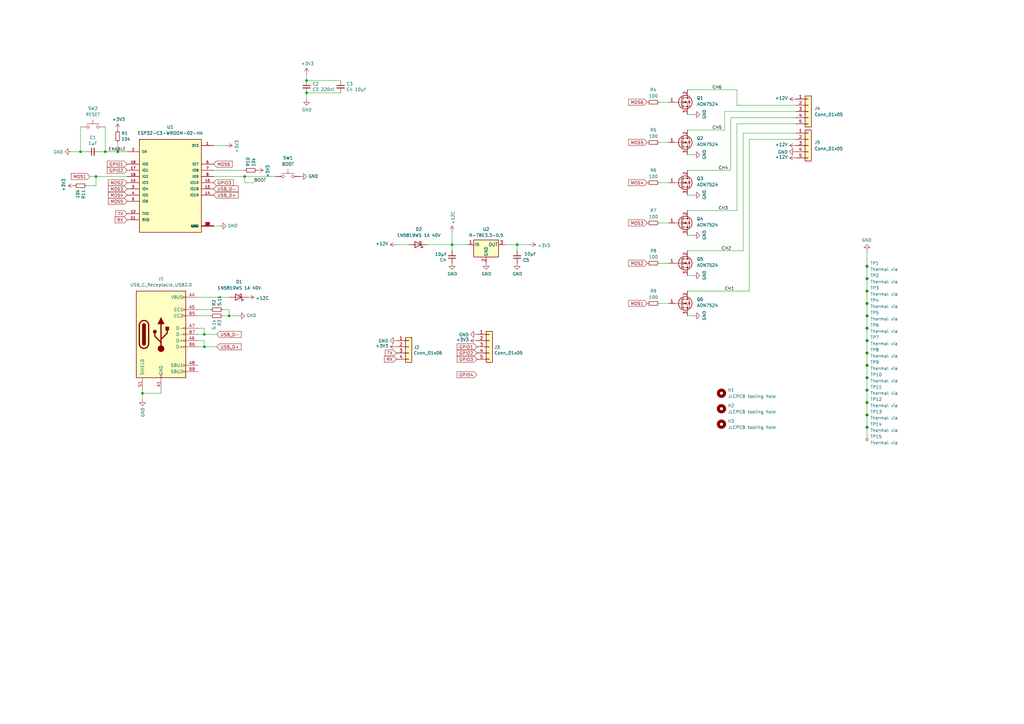
<source format=kicad_sch>
(kicad_sch (version 20230121) (generator eeschema)
  (paper "A3")
  (lib_symbols
    (symbol "AON7524:AON7524" (pin_names hide)
      (property "Reference" "Q" (at 6.35 1.905 0))
      (property "Value" "AON7524" (at 6.35 0 0))
      (symbol "AON7524_0_1"
        (polyline (pts (xy 0.254 0) (xy -2.54 0)))
        (polyline (pts (xy 0.254 1.905) (xy 0.254 -1.905)) (stroke (width 0.254)))
        (polyline (pts (xy 0.762 -1.27) (xy 0.762 -2.286)) (stroke (width 0.254)))
        (polyline (pts (xy 0.762 0.508) (xy 0.762 -0.508)) (stroke (width 0.254)))
        (polyline (pts (xy 0.762 2.286) (xy 0.762 1.27)) (stroke (width 0.254)))
        (polyline (pts (xy 2.54 2.54) (xy 2.54 1.778)))
        (polyline (pts (xy 2.54 -2.54) (xy 2.54 0) (xy 0.762 0)))
        (polyline (pts (xy 0.762 -1.778) (xy 3.302 -1.778) (xy 3.302 1.778) (xy 0.762 1.778)))
        (polyline (pts (xy 1.016 0) (xy 2.032 0.381) (xy 2.032 -0.381) (xy 1.016 0)) (fill (type outline)))
        (polyline (pts (xy 2.794 0.508) (xy 2.921 0.381) (xy 3.683 0.381) (xy 3.81 0.254)))
        (polyline (pts (xy 3.302 0.381) (xy 2.921 -0.254) (xy 3.683 -0.254) (xy 3.302 0.381)))
        (circle (center 1.651 0) (radius 2.794) (stroke (width 0.254)))
        (circle (center 2.54 -1.778) (radius 0.254) (fill (type outline)))
        (circle (center 2.54 1.778) (radius 0.254) (fill (type outline)))
      )
      (symbol "AON7524_1_1"
        (pin input line (at -5.08 0 0) (length 2.54) (name "G") (number "1"))
        (pin passive line (at 2.54 5.08 270) (length 2.54) (name "D") (number "2"))
        (pin passive line (at 2.54 -5.08 90) (length 2.54) (name "S") (number "3"))
      )
    )
    (symbol "Connector:TestPoint_Small" (pin_numbers hide) (pin_names (offset 0.762) hide)
      (property "Reference" "TP" (at 0 3.81 0))
      (property "Value" "TestPoint_Small" (at 0 2.032 0))
      (symbol "TestPoint_Small_0_1"
        (circle (center 0 0) (radius 0.508))
      )
      (symbol "TestPoint_Small_1_1"
        (pin passive line (at 0 0 90) (length 0) (name "1") (number "1"))
      )
    )
    (symbol "Connector:USB_C_Receptacle_USB2.0" (pin_names (offset 1.016))
      (property "Reference" "J" (at -10.16 19.05 0))
      (property "Value" "USB_C_Receptacle_USB2.0" (at 19.05 19.05 0))
      (symbol "USB_C_Receptacle_USB2.0_0_0"
        (rectangle (start -0.254 -17.78) (end 0.254 -16.764))
        (rectangle (start 10.16 -14.986) (end 9.144 -15.494))
        (rectangle (start 10.16 -12.446) (end 9.144 -12.954))
        (rectangle (start 10.16 -4.826) (end 9.144 -5.334))
        (rectangle (start 10.16 -2.286) (end 9.144 -2.794))
        (rectangle (start 10.16 0.254) (end 9.144 -0.254))
        (rectangle (start 10.16 2.794) (end 9.144 2.286))
        (rectangle (start 10.16 7.874) (end 9.144 7.366))
        (rectangle (start 10.16 10.414) (end 9.144 9.906))
        (rectangle (start 10.16 15.494) (end 9.144 14.986))
      )
      (symbol "USB_C_Receptacle_USB2.0_0_1"
        (rectangle (start -10.16 17.78) (end 10.16 -17.78) (stroke (width 0.254)) (fill (type background)))
        (arc (start -8.89 -3.81) (mid -6.985 -5.7067) (end -5.08 -3.81) (stroke (width 0.508)))
        (arc (start -7.62 -3.81) (mid -6.985 -4.4423) (end -6.35 -3.81) (stroke (width 0.254)))
        (arc (start -7.62 -3.81) (mid -6.985 -4.4423) (end -6.35 -3.81) (stroke (width 0.254)) (fill (type outline)))
        (rectangle (start -7.62 -3.81) (end -6.35 3.81) (stroke (width 0.254)) (fill (type outline)))
        (arc (start -6.35 3.81) (mid -6.985 4.4423) (end -7.62 3.81) (stroke (width 0.254)))
        (arc (start -6.35 3.81) (mid -6.985 4.4423) (end -7.62 3.81) (stroke (width 0.254)) (fill (type outline)))
        (arc (start -5.08 3.81) (mid -6.985 5.7067) (end -8.89 3.81) (stroke (width 0.508)))
        (circle (center -2.54 1.143) (radius 0.635) (stroke (width 0.254)) (fill (type outline)))
        (circle (center 0 -5.842) (radius 1.27) (fill (type outline)))
        (polyline (pts (xy -8.89 -3.81) (xy -8.89 3.81)) (stroke (width 0.508)))
        (polyline (pts (xy -5.08 3.81) (xy -5.08 -3.81)) (stroke (width 0.508)))
        (polyline (pts (xy 0 -5.842) (xy 0 4.318)) (stroke (width 0.508)))
        (polyline (pts (xy 0 -3.302) (xy -2.54 -0.762) (xy -2.54 0.508)) (stroke (width 0.508)))
        (polyline (pts (xy 0 -2.032) (xy 2.54 0.508) (xy 2.54 1.778)) (stroke (width 0.508)))
        (polyline (pts (xy -1.27 4.318) (xy 0 6.858) (xy 1.27 4.318) (xy -1.27 4.318)) (stroke (width 0.254)) (fill (type outline)))
        (rectangle (start 1.905 1.778) (end 3.175 3.048) (stroke (width 0.254)) (fill (type outline)))
      )
      (symbol "USB_C_Receptacle_USB2.0_1_1"
        (pin passive line (at 0 -22.86 90) (length 5.08) (name "GND") (number "A1"))
        (pin passive line (at 0 -22.86 90) (length 5.08) hide (name "GND") (number "A12"))
        (pin passive line (at 15.24 15.24 180) (length 5.08) (name "VBUS") (number "A4"))
        (pin bidirectional line (at 15.24 10.16 180) (length 5.08) (name "CC1") (number "A5"))
        (pin bidirectional line (at 15.24 -2.54 180) (length 5.08) (name "D+") (number "A6"))
        (pin bidirectional line (at 15.24 2.54 180) (length 5.08) (name "D-") (number "A7"))
        (pin bidirectional line (at 15.24 -12.7 180) (length 5.08) (name "SBU1") (number "A8"))
        (pin passive line (at 15.24 15.24 180) (length 5.08) hide (name "VBUS") (number "A9"))
        (pin passive line (at 0 -22.86 90) (length 5.08) hide (name "GND") (number "B1"))
        (pin passive line (at 0 -22.86 90) (length 5.08) hide (name "GND") (number "B12"))
        (pin passive line (at 15.24 15.24 180) (length 5.08) hide (name "VBUS") (number "B4"))
        (pin bidirectional line (at 15.24 7.62 180) (length 5.08) (name "CC2") (number "B5"))
        (pin bidirectional line (at 15.24 -5.08 180) (length 5.08) (name "D+") (number "B6"))
        (pin bidirectional line (at 15.24 0 180) (length 5.08) (name "D-") (number "B7"))
        (pin bidirectional line (at 15.24 -15.24 180) (length 5.08) (name "SBU2") (number "B8"))
        (pin passive line (at 15.24 15.24 180) (length 5.08) hide (name "VBUS") (number "B9"))
        (pin passive line (at -7.62 -22.86 90) (length 5.08) (name "SHIELD") (number "S1"))
      )
    )
    (symbol "Connector_Generic:Conn_01x04" (pin_names (offset 1.016) hide)
      (property "Reference" "J" (at 0 5.08 0))
      (property "Value" "Conn_01x04" (at 0 -7.62 0))
      (symbol "Conn_01x04_1_1"
        (rectangle (start -1.27 -4.953) (end 0 -5.207) (stroke (width 0.1524)))
        (rectangle (start -1.27 -2.413) (end 0 -2.667) (stroke (width 0.1524)))
        (rectangle (start -1.27 0.127) (end 0 -0.127) (stroke (width 0.1524)))
        (rectangle (start -1.27 2.667) (end 0 2.413) (stroke (width 0.1524)))
        (rectangle (start -1.27 3.81) (end 1.27 -6.35) (stroke (width 0.254)) (fill (type background)))
        (pin passive line (at -5.08 2.54 0) (length 3.81) (name "Pin_1") (number "1"))
        (pin passive line (at -5.08 0 0) (length 3.81) (name "Pin_2") (number "2"))
        (pin passive line (at -5.08 -2.54 0) (length 3.81) (name "Pin_3") (number "3"))
        (pin passive line (at -5.08 -5.08 0) (length 3.81) (name "Pin_4") (number "4"))
      )
    )
    (symbol "Connector_Generic:Conn_01x05" (pin_names (offset 1.016) hide)
      (property "Reference" "J" (at 0 7.62 0))
      (property "Value" "Conn_01x05" (at 0 -7.62 0))
      (symbol "Conn_01x05_1_1"
        (rectangle (start -1.27 -4.953) (end 0 -5.207) (stroke (width 0.1524)))
        (rectangle (start -1.27 -2.413) (end 0 -2.667) (stroke (width 0.1524)))
        (rectangle (start -1.27 0.127) (end 0 -0.127) (stroke (width 0.1524)))
        (rectangle (start -1.27 2.667) (end 0 2.413) (stroke (width 0.1524)))
        (rectangle (start -1.27 5.207) (end 0 4.953) (stroke (width 0.1524)))
        (rectangle (start -1.27 6.35) (end 1.27 -6.35) (stroke (width 0.254)) (fill (type background)))
        (pin passive line (at -5.08 5.08 0) (length 3.81) (name "Pin_1") (number "1"))
        (pin passive line (at -5.08 2.54 0) (length 3.81) (name "Pin_2") (number "2"))
        (pin passive line (at -5.08 0 0) (length 3.81) (name "Pin_3") (number "3"))
        (pin passive line (at -5.08 -2.54 0) (length 3.81) (name "Pin_4") (number "4"))
        (pin passive line (at -5.08 -5.08 0) (length 3.81) (name "Pin_5") (number "5"))
      )
    )
    (symbol "Device:C_Small" (pin_numbers hide) (pin_names (offset 0.254) hide)
      (property "Reference" "C" (at 0.254 1.778 0))
      (property "Value" "C_Small" (at 0.254 -2.032 0))
      (symbol "C_Small_0_1"
        (polyline (pts (xy -1.524 -0.508) (xy 1.524 -0.508)) (stroke (width 0.3302)))
        (polyline (pts (xy -1.524 0.508) (xy 1.524 0.508)) (stroke (width 0.3048)))
      )
      (symbol "C_Small_1_1"
        (pin passive line (at 0 2.54 270) (length 2.032) (name "~") (number "1"))
        (pin passive line (at 0 -2.54 90) (length 2.032) (name "~") (number "2"))
      )
    )
    (symbol "Device:D_Schottky" (pin_numbers hide) (pin_names (offset 1.016) hide)
      (property "Reference" "D" (at 0 2.54 0))
      (property "Value" "D_Schottky" (at 0 -2.54 0))
      (symbol "D_Schottky_0_1"
        (polyline (pts (xy 1.27 0) (xy -1.27 0)))
        (polyline (pts (xy 1.27 1.27) (xy 1.27 -1.27) (xy -1.27 0) (xy 1.27 1.27)) (stroke (width 0.254)))
        (polyline (pts (xy -1.905 0.635) (xy -1.905 1.27) (xy -1.27 1.27) (xy -1.27 -1.27) (xy -0.635 -1.27) (xy -0.635 -0.635)) (stroke (width 0.254)))
      )
      (symbol "D_Schottky_1_1"
        (pin passive line (at -3.81 0 0) (length 2.54) (name "K") (number "1"))
        (pin passive line (at 3.81 0 180) (length 2.54) (name "A") (number "2"))
      )
    )
    (symbol "Device:R_Small" (pin_numbers hide) (pin_names (offset 0.254) hide)
      (property "Reference" "R" (at 0.762 0.508 0))
      (property "Value" "R_Small" (at 0.762 -1.016 0))
      (symbol "R_Small_0_1"
        (rectangle (start -0.762 1.778) (end 0.762 -1.778) (stroke (width 0.2032)))
      )
      (symbol "R_Small_1_1"
        (pin passive line (at 0 2.54 270) (length 0.762) (name "~") (number "1"))
        (pin passive line (at 0 -2.54 90) (length 0.762) (name "~") (number "2"))
      )
    )
    (symbol "ESP32-C3-WROOM-02-H4:ESP32-C3-WROOM-02-H4" (pin_names (offset 1.016))
      (property "Reference" "U" (at -12.7 21.082 0))
      (property "Value" "ESP32-C3-WROOM-02-H4" (at -12.7 -18.542 0))
      (symbol "ESP32-C3-WROOM-02-H4_0_0"
        (rectangle (start -12.7 -17.78) (end 12.7 20.32) (stroke (width 0.254)) (fill (type background)))
        (pin power_in line (at 17.78 17.78 180) (length 5.08) (name "3V3") (number "1"))
        (pin bidirectional line (at 17.78 2.54 180) (length 5.08) (name "IO10") (number "10"))
        (pin bidirectional line (at -17.78 -12.7 0) (length 5.08) (name "RXD") (number "11"))
        (pin bidirectional line (at -17.78 -10.16 0) (length 5.08) (name "TXD") (number "12"))
        (pin bidirectional line (at 17.78 0 180) (length 5.08) (name "IO18") (number "13"))
        (pin bidirectional line (at 17.78 -2.54 180) (length 5.08) (name "IO19") (number "14"))
        (pin bidirectional line (at -17.78 2.54 0) (length 5.08) (name "IO3") (number "15"))
        (pin bidirectional line (at -17.78 5.08 0) (length 5.08) (name "IO2") (number "16"))
        (pin bidirectional line (at -17.78 7.62 0) (length 5.08) (name "IO1") (number "17"))
        (pin bidirectional line (at -17.78 10.16 0) (length 5.08) (name "IO0") (number "18"))
        (pin power_in line (at 17.78 -15.24 180) (length 5.08) (name "GND") (number "19"))
        (pin input line (at -17.78 15.24 0) (length 5.08) (name "EN") (number "2"))
        (pin power_in line (at 17.78 -15.24 180) (length 5.08) (name "GND") (number "20"))
        (pin power_in line (at 17.78 -15.24 180) (length 5.08) (name "GND") (number "21"))
        (pin power_in line (at 17.78 -15.24 180) (length 5.08) (name "GND") (number "22"))
        (pin power_in line (at 17.78 -15.24 180) (length 5.08) (name "GND") (number "23"))
        (pin power_in line (at 17.78 -15.24 180) (length 5.08) (name "GND") (number "24"))
        (pin power_in line (at 17.78 -15.24 180) (length 5.08) (name "GND") (number "25"))
        (pin power_in line (at 17.78 -15.24 180) (length 5.08) (name "GND") (number "26"))
        (pin power_in line (at 17.78 -15.24 180) (length 5.08) (name "GND") (number "27"))
        (pin power_in line (at 17.78 -15.24 180) (length 5.08) (name "GND") (number "28"))
        (pin power_in line (at 17.78 -15.24 180) (length 5.08) (name "GND") (number "29"))
        (pin bidirectional line (at -17.78 0 0) (length 5.08) (name "IO4") (number "3"))
        (pin power_in line (at 17.78 -15.24 180) (length 5.08) (name "GND") (number "30"))
        (pin power_in line (at 17.78 -15.24 180) (length 5.08) (name "GND") (number "31"))
        (pin power_in line (at 17.78 -15.24 180) (length 5.08) (name "GND") (number "32"))
        (pin power_in line (at 17.78 -15.24 180) (length 5.08) (name "GND") (number "33"))
        (pin power_in line (at 17.78 -15.24 180) (length 5.08) (name "GND") (number "34"))
        (pin power_in line (at 17.78 -15.24 180) (length 5.08) (name "GND") (number "35"))
        (pin power_in line (at 17.78 -15.24 180) (length 5.08) (name "GND") (number "36"))
        (pin power_in line (at 17.78 -15.24 180) (length 5.08) (name "GND") (number "37"))
        (pin power_in line (at 17.78 -15.24 180) (length 5.08) (name "GND") (number "38"))
        (pin power_in line (at 17.78 -15.24 180) (length 5.08) (name "GND") (number "39"))
        (pin bidirectional line (at -17.78 -2.54 0) (length 5.08) (name "IO5") (number "4"))
        (pin bidirectional line (at -17.78 -5.08 0) (length 5.08) (name "IO6") (number "5"))
        (pin bidirectional line (at 17.78 10.16 180) (length 5.08) (name "IO7") (number "6"))
        (pin bidirectional line (at 17.78 7.62 180) (length 5.08) (name "IO8") (number "7"))
        (pin bidirectional line (at 17.78 5.08 180) (length 5.08) (name "IO9") (number "8"))
        (pin power_in line (at 17.78 -15.24 180) (length 5.08) (name "GND") (number "9"))
      )
    )
    (symbol "Mechanical:MountingHole" (pin_names (offset 1.016))
      (property "Reference" "H" (at 0 5.08 0))
      (property "Value" "MountingHole" (at 0 3.175 0))
      (symbol "MountingHole_0_1"
        (circle (center 0 0) (radius 1.27) (stroke (width 1.27)))
      )
    )
    (symbol "Regulator_Switching:R-78E3.3-0.5" (pin_names (offset 0.254))
      (property "Reference" "U" (at -3.81 3.175 0))
      (property "Value" "R-78E3.3-0.5" (at 0 3.175 0))
      (symbol "R-78E3.3-0.5_0_1"
        (rectangle (start -5.08 1.905) (end 5.08 -5.08) (stroke (width 0.254)) (fill (type background)))
      )
      (symbol "R-78E3.3-0.5_1_1"
        (pin power_in line (at -7.62 0 0) (length 2.54) (name "IN") (number "1"))
        (pin power_in line (at 0 -7.62 90) (length 2.54) (name "GND") (number "2"))
        (pin power_out line (at 7.62 0 180) (length 2.54) (name "OUT") (number "3"))
      )
    )
    (symbol "Switch:SW_Push" (pin_numbers hide) (pin_names (offset 1.016) hide)
      (property "Reference" "SW" (at 1.27 2.54 0))
      (property "Value" "SW_Push" (at 0 -1.524 0))
      (symbol "SW_Push_0_1"
        (circle (center -2.032 0) (radius 0.508))
        (polyline (pts (xy 0 1.27) (xy 0 3.048)))
        (polyline (pts (xy 2.54 1.27) (xy -2.54 1.27)))
        (circle (center 2.032 0) (radius 0.508))
        (pin passive line (at -5.08 0 0) (length 2.54) (name "1") (number "1"))
        (pin passive line (at 5.08 0 180) (length 2.54) (name "2") (number "2"))
      )
    )
    (symbol "esp32-dimmer-slim-rescue:+3.3V-power" (power) (pin_names (offset 0))
      (property "Value" "+3.3V-power" (at 0 3.556 0))
      (symbol "+3.3V-power_0_1"
        (polyline (pts (xy -0.762 1.27) (xy 0 2.54)))
        (polyline (pts (xy 0 0) (xy 0 2.54)))
        (polyline (pts (xy 0 2.54) (xy 0.762 1.27)))
      )
      (symbol "+3.3V-power_1_1"
        (pin power_in line (at 0 0 90) (length 0) hide (name "+3V3") (number "1"))
      )
    )
    (symbol "power:+12C" (power) (pin_names (offset 0))
      (property "Value" "+12C" (at 0 3.81 0))
      (symbol "+12C_0_1"
        (polyline (pts (xy -0.762 1.27) (xy 0 2.54)))
        (polyline (pts (xy 0 0) (xy 0 2.54)))
        (polyline (pts (xy 0 2.54) (xy 0.762 1.27)))
      )
      (symbol "+12C_1_1"
        (pin power_in line (at 0 0 90) (length 0) hide (name "+12C") (number "1"))
      )
    )
    (symbol "power:+12V" (power) (pin_names (offset 0))
      (property "Value" "+12V" (at 0 3.556 0))
      (symbol "+12V_0_1"
        (polyline (pts (xy -0.762 1.27) (xy 0 2.54)))
        (polyline (pts (xy 0 0) (xy 0 2.54)))
        (polyline (pts (xy 0 2.54) (xy 0.762 1.27)))
      )
      (symbol "+12V_1_1"
        (pin power_in line (at 0 0 90) (length 0) hide (name "+12V") (number "1"))
      )
    )
    (symbol "power:+3V3" (power) (pin_names (offset 0))
      (property "Value" "+3V3" (at 0 3.556 0))
      (symbol "+3V3_0_1"
        (polyline (pts (xy -0.762 1.27) (xy 0 2.54)))
        (polyline (pts (xy 0 0) (xy 0 2.54)))
        (polyline (pts (xy 0 2.54) (xy 0.762 1.27)))
      )
      (symbol "+3V3_1_1"
        (pin power_in line (at 0 0 90) (length 0) hide (name "+3V3") (number "1"))
      )
    )
    (symbol "power:GND" (power) (pin_names (offset 0))
      (property "Value" "GND" (at 0 -3.81 0))
      (symbol "GND_0_1"
        (polyline (pts (xy 0 0) (xy 0 -1.27) (xy 1.27 -1.27) (xy 0 -2.54) (xy -1.27 -1.27) (xy 0 -1.27)))
      )
      (symbol "GND_1_1"
        (pin power_in line (at 0 0 270) (length 0) hide (name "GND") (number "1"))
      )
    )
  )
  (junction (at 100.33 72.39))
  (junction (at 39.37 72.39))
  (junction (at 125.73 38.1))
  (junction (at 355.6 165.1))
  (junction (at 83.82 137.16))
  (junction (at 355.6 175.26))
  (junction (at 355.6 134.62))
  (junction (at 355.6 129.54))
  (junction (at 355.6 114.3))
  (junction (at 212.09 100.33))
  (junction (at 48.26 62.23))
  (junction (at 355.6 170.18))
  (junction (at 355.6 160.02))
  (junction (at 125.73 33.02))
  (junction (at 33.02 62.23))
  (junction (at 43.18 62.23))
  (junction (at 355.6 124.46))
  (junction (at 355.6 109.22))
  (junction (at 355.6 144.78))
  (junction (at 58.42 161.29))
  (junction (at 83.82 142.24))
  (junction (at 355.6 139.7))
  (junction (at 93.98 129.54))
  (junction (at 355.6 149.86))
  (junction (at 355.6 154.94))
  (junction (at 355.6 119.38))
  (junction (at 185.42 100.33))
  (wire (pts (xy 304.8 54.61) (xy 326.39 54.61)))
  (wire (pts (xy 36.83 72.39) (xy 39.37 72.39)))
  (wire (pts (xy 281.94 80.01) (xy 284.48 80.01)))
  (wire (pts (xy 355.6 165.1) (xy 355.6 170.18)))
  (wire (pts (xy 355.6 109.22) (xy 355.6 114.3)))
  (wire (pts (xy 355.6 129.54) (xy 355.6 134.62)))
  (wire (pts (xy 125.73 38.1) (xy 139.7 38.1)))
  (wire (pts (xy 299.72 69.85) (xy 299.72 48.26)))
  (wire (pts (xy 281.94 36.83) (xy 302.26 36.83)))
  (wire (pts (xy 302.26 50.8) (xy 326.39 50.8)))
  (wire (pts (xy 87.63 92.71) (xy 90.17 92.71)))
  (wire (pts (xy 297.18 53.34) (xy 297.18 45.72)))
  (wire (pts (xy 281.94 69.85) (xy 299.72 69.85)))
  (wire (pts (xy 185.42 100.33) (xy 191.77 100.33)))
  (wire (pts (xy 212.09 100.33) (xy 217.17 100.33)))
  (wire (pts (xy 81.28 139.7) (xy 83.82 139.7)))
  (wire (pts (xy 185.42 95.25) (xy 185.42 100.33)))
  (wire (pts (xy 93.98 129.54) (xy 97.79 129.54)))
  (wire (pts (xy 355.6 124.46) (xy 355.6 129.54)))
  (wire (pts (xy 81.28 134.62) (xy 83.82 134.62)))
  (wire (pts (xy 48.26 62.23) (xy 52.07 62.23)))
  (wire (pts (xy 281.94 102.87) (xy 304.8 102.87)))
  (wire (pts (xy 66.04 160.02) (xy 66.04 161.29)))
  (wire (pts (xy 270.51 124.46) (xy 274.32 124.46)))
  (wire (pts (xy 270.51 107.95) (xy 274.32 107.95)))
  (wire (pts (xy 81.28 121.92) (xy 93.98 121.92)))
  (wire (pts (xy 91.44 129.54) (xy 93.98 129.54)))
  (wire (pts (xy 125.73 30.48) (xy 125.73 33.02)))
  (wire (pts (xy 281.94 96.52) (xy 284.48 96.52)))
  (wire (pts (xy 302.26 36.83) (xy 302.26 43.18)))
  (wire (pts (xy 81.28 142.24) (xy 83.82 142.24)))
  (wire (pts (xy 93.98 127) (xy 93.98 129.54)))
  (wire (pts (xy 355.6 154.94) (xy 355.6 160.02)))
  (wire (pts (xy 100.33 74.93) (xy 100.33 72.39)))
  (wire (pts (xy 355.6 160.02) (xy 355.6 165.1)))
  (wire (pts (xy 307.34 119.38) (xy 307.34 57.15)))
  (wire (pts (xy 297.18 45.72) (xy 326.39 45.72)))
  (wire (pts (xy 281.94 53.34) (xy 297.18 53.34)))
  (wire (pts (xy 281.94 129.54) (xy 284.48 129.54)))
  (wire (pts (xy 29.21 62.23) (xy 33.02 62.23)))
  (wire (pts (xy 104.14 74.93) (xy 100.33 74.93)))
  (wire (pts (xy 58.42 161.29) (xy 58.42 163.83)))
  (wire (pts (xy 40.64 62.23) (xy 43.18 62.23)))
  (wire (pts (xy 81.28 129.54) (xy 86.36 129.54)))
  (wire (pts (xy 281.94 113.03) (xy 284.48 113.03)))
  (wire (pts (xy 270.51 74.93) (xy 274.32 74.93)))
  (wire (pts (xy 355.6 119.38) (xy 355.6 124.46)))
  (wire (pts (xy 175.26 100.33) (xy 185.42 100.33)))
  (wire (pts (xy 83.82 134.62) (xy 83.82 137.16)))
  (wire (pts (xy 304.8 102.87) (xy 304.8 54.61)))
  (wire (pts (xy 281.94 46.99) (xy 284.48 46.99)))
  (wire (pts (xy 162.56 100.33) (xy 167.64 100.33)))
  (wire (pts (xy 355.6 114.3) (xy 355.6 119.38)))
  (wire (pts (xy 43.18 62.23) (xy 48.26 62.23)))
  (wire (pts (xy 83.82 139.7) (xy 83.82 142.24)))
  (wire (pts (xy 302.26 86.36) (xy 302.26 50.8)))
  (wire (pts (xy 355.6 170.18) (xy 355.6 175.26)))
  (wire (pts (xy 48.26 58.42) (xy 48.26 62.23)))
  (wire (pts (xy 58.42 161.29) (xy 66.04 161.29)))
  (wire (pts (xy 58.42 160.02) (xy 58.42 161.29)))
  (wire (pts (xy 355.6 139.7) (xy 355.6 144.78)))
  (wire (pts (xy 43.18 52.07) (xy 43.18 62.23)))
  (wire (pts (xy 83.82 137.16) (xy 88.9 137.16)))
  (wire (pts (xy 125.73 40.64) (xy 125.73 38.1)))
  (wire (pts (xy 270.51 91.44) (xy 274.32 91.44)))
  (wire (pts (xy 81.28 137.16) (xy 83.82 137.16)))
  (wire (pts (xy 281.94 63.5) (xy 284.48 63.5)))
  (wire (pts (xy 100.33 72.39) (xy 113.03 72.39)))
  (wire (pts (xy 355.6 102.87) (xy 355.6 109.22)))
  (wire (pts (xy 207.01 100.33) (xy 212.09 100.33)))
  (wire (pts (xy 81.28 127) (xy 86.36 127)))
  (wire (pts (xy 355.6 134.62) (xy 355.6 139.7)))
  (wire (pts (xy 355.6 175.26) (xy 355.6 180.34)))
  (wire (pts (xy 87.63 59.69) (xy 92.71 59.69)))
  (wire (pts (xy 91.44 127) (xy 93.98 127)))
  (wire (pts (xy 270.51 58.42) (xy 274.32 58.42)))
  (wire (pts (xy 39.37 72.39) (xy 52.07 72.39)))
  (wire (pts (xy 83.82 142.24) (xy 88.9 142.24)))
  (wire (pts (xy 307.34 57.15) (xy 326.39 57.15)))
  (wire (pts (xy 33.02 62.23) (xy 35.56 62.23)))
  (wire (pts (xy 33.02 52.07) (xy 33.02 62.23)))
  (wire (pts (xy 35.56 76.2) (xy 39.37 76.2)))
  (wire (pts (xy 355.6 149.86) (xy 355.6 154.94)))
  (wire (pts (xy 87.63 72.39) (xy 100.33 72.39)))
  (wire (pts (xy 281.94 86.36) (xy 302.26 86.36)))
  (wire (pts (xy 270.51 41.91) (xy 274.32 41.91)))
  (wire (pts (xy 299.72 48.26) (xy 326.39 48.26)))
  (wire (pts (xy 355.6 144.78) (xy 355.6 149.86)))
  (wire (pts (xy 185.42 100.33) (xy 185.42 102.87)))
  (wire (pts (xy 139.7 33.02) (xy 125.73 33.02)))
  (wire (pts (xy 39.37 76.2) (xy 39.37 72.39)))
  (wire (pts (xy 212.09 100.33) (xy 212.09 102.87)))
  (wire (pts (xy 302.26 43.18) (xy 326.39 43.18)))
  (wire (pts (xy 281.94 119.38) (xy 307.34 119.38)))
  (wire (pts (xy 87.63 69.85) (xy 100.33 69.85)))
  (label "BOOT" (at 104.14 74.93 0))
  (label "ENABLE" (at 44.45 62.23 0))
  (label "CH3" (at 294.64 86.36 0))
  (label "CH2" (at 295.91 102.87 0))
  (label "CH5" (at 292.1 53.34 0))
  (label "CH1" (at 297.18 119.38 0))
  (label "CH4" (at 294.64 69.85 0))
  (label "CH6" (at 292.1 36.83 0))
  (global_label "MOS6" (shape input) (at 87.63 67.31 0) (property "Intersheetrefs" "${INTERSHEET_REFS}" (effects hide)))
  (global_label "GPIO1" (shape input) (at 52.07 67.31 180) (property "Intersheetrefs" "${INTERSHEET_REFS}" (effects hide)))
  (global_label "RX" (shape input) (at 52.07 90.17 180) (property "Intersheetrefs" "${INTERSHEET_REFS}" (effects hide)))
  (global_label "MOS5" (shape input) (at 52.07 82.55 180) (property "Intersheetrefs" "${INTERSHEET_REFS}" (effects hide)))
  (global_label "MOS4" (shape input) (at 265.43 74.93 180) (property "Intersheetrefs" "${INTERSHEET_REFS}" (effects hide)))
  (global_label "GPIO4" (shape input) (at 195.58 153.67 180) (property "Intersheetrefs" "${INTERSHEET_REFS}" (effects hide)))
  (global_label "USB_D-" (shape input) (at 88.9 137.16 0) (property "Intersheetrefs" "${INTERSHEET_REFS}" (effects hide)))
  (global_label "MOS5" (shape input) (at 265.43 58.42 180) (property "Intersheetrefs" "${INTERSHEET_REFS}" (effects hide)))
  (global_label "MOS1" (shape input) (at 36.83 72.39 180) (property "Intersheetrefs" "${INTERSHEET_REFS}" (effects hide)))
  (global_label "USB_D-" (shape input) (at 87.63 77.47 0) (property "Intersheetrefs" "${INTERSHEET_REFS}" (effects hide)))
  (global_label "MOS3" (shape input) (at 265.43 91.44 180) (property "Intersheetrefs" "${INTERSHEET_REFS}" (effects hide)))
  (global_label "TX" (shape input) (at 162.56 144.78 180) (property "Intersheetrefs" "${INTERSHEET_REFS}" (effects hide)))
  (global_label "USB_D+" (shape input) (at 88.9 142.24 0) (property "Intersheetrefs" "${INTERSHEET_REFS}" (effects hide)))
  (global_label "GPIO2" (shape input) (at 195.58 144.78 180) (property "Intersheetrefs" "${INTERSHEET_REFS}" (effects hide)))
  (global_label "MOS2" (shape input) (at 265.43 107.95 180) (property "Intersheetrefs" "${INTERSHEET_REFS}" (effects hide)))
  (global_label "USB_D+" (shape input) (at 87.63 80.01 0) (property "Intersheetrefs" "${INTERSHEET_REFS}" (effects hide)))
  (global_label "GPIO3" (shape input) (at 87.63 74.93 0) (property "Intersheetrefs" "${INTERSHEET_REFS}" (effects hide)))
  (global_label "MOS6" (shape input) (at 265.43 41.91 180) (property "Intersheetrefs" "${INTERSHEET_REFS}" (effects hide)))
  (global_label "MOS1" (shape input) (at 265.43 124.46 180) (property "Intersheetrefs" "${INTERSHEET_REFS}" (effects hide)))
  (global_label "GPIO3" (shape input) (at 195.58 147.32 180) (property "Intersheetrefs" "${INTERSHEET_REFS}" (effects hide)))
  (global_label "MOS4" (shape input) (at 52.07 80.01 180) (property "Intersheetrefs" "${INTERSHEET_REFS}" (effects hide)))
  (global_label "MOS2" (shape input) (at 52.07 74.93 180) (property "Intersheetrefs" "${INTERSHEET_REFS}" (effects hide)))
  (global_label "GPIO2" (shape input) (at 52.07 69.85 180) (property "Intersheetrefs" "${INTERSHEET_REFS}" (effects hide)))
  (global_label "GPIO1" (shape input) (at 195.58 142.24 180) (property "Intersheetrefs" "${INTERSHEET_REFS}" (effects hide)))
  (global_label "TX" (shape input) (at 52.07 87.63 180) (property "Intersheetrefs" "${INTERSHEET_REFS}" (effects hide)))
  (global_label "RX" (shape input) (at 162.56 147.32 180) (property "Intersheetrefs" "${INTERSHEET_REFS}" (effects hide)))
  (global_label "MOS3" (shape input) (at 52.07 77.47 180) (property "Intersheetrefs" "${INTERSHEET_REFS}" (effects hide)))
  (symbol (lib_id "power:GND") (at 284.48 46.99 90) (unit 1)
    (property "Reference" "#PWR021" (effects hide))
    (property "Value" "GND" (at 288.8742 46.863 0))
  )
  (symbol (lib_id "power:+12V") (at 326.39 59.69 90) (unit 1)
    (property "Reference" "#PWR028" (effects hide))
    (property "Value" "+12V" (at 323.1388 59.309 90) (effects (justify left)))
  )
  (symbol (lib_id "power:+12V") (at 326.39 40.64 90) (unit 1)
    (property "Reference" "#PWR027" (effects hide))
    (property "Value" "+12V" (at 323.1388 40.259 90) (effects (justify left)))
  )
  (symbol (lib_id "power:GND") (at 326.39 62.23 270) (unit 1)
    (property "Reference" "#PWR029" (effects hide))
    (property "Value" "GND" (at 323.1388 62.357 90) (effects (justify right)))
  )
  (symbol (lib_id "power:+12V") (at 326.39 64.77 90) (unit 1)
    (property "Reference" "#PWR030" (effects hide))
    (property "Value" "+12V" (at 323.1388 64.389 90) (effects (justify left)))
  )
  (symbol (lib_id "power:+12V") (at 162.56 100.33 90) (unit 1)
    (property "Reference" "#PWR011" (effects hide))
    (property "Value" "+12V" (at 159.3088 99.949 90) (effects (justify left)))
  )
  (symbol (lib_id "Connector_Generic:Conn_01x05") (at 200.66 142.24 0) (unit 1) (in_bom no)
    (property "Reference" "J3" (at 202.692 142.4432 0) (effects (justify left)))
    (property "Value" "Conn_01x05" (at 202.692 144.7546 0) (effects (justify left)))
    (property "Footprint" "Connector_PinHeader_2.54mm:PinHeader_1x05_P2.54mm_Vertical" (effects hide))
  )
  (symbol (lib_id "power:+3V3") (at 195.58 139.7 90) (unit 1)
    (property "Reference" "#PWR017" (effects hide))
    (property "Value" "+3V3" (at 192.3288 139.319 90) (effects (justify left)))
  )
  (symbol (lib_id "power:GND") (at 195.58 137.16 270) (unit 1)
    (property "Reference" "#PWR016" (effects hide))
    (property "Value" "GND" (at 192.3288 137.287 90) (effects (justify right)))
  )
  (symbol (lib_id "power:GND") (at 125.73 40.64 0) (unit 1)
    (property "Reference" "#PWR010" (effects hide))
    (property "Value" "GND" (at 125.857 45.0342 0))
  )
  (symbol (lib_id "esp32-dimmer-slim-rescue:+3.3V-power") (at 125.73 30.48 0) (unit 1)
    (property "Reference" "#PWR09" (effects hide))
    (property "Value" "+3.3V" (at 126.111 26.0858 0))
  )
  (symbol (lib_id "Device:C_Small") (at 125.73 35.56 0) (unit 1)
    (property "Reference" "C2" (at 128.0668 34.3916 0) (effects (justify left)))
    (property "Value" "C3 220nf" (at 128.0668 36.703 0) (effects (justify left)))
    (property "Footprint" "Capacitor_SMD:C_0603_1608Metric" (effects hide))
    (property "LCSC Part #" "C21120" (effects hide))
  )
  (symbol (lib_id "esp32-dimmer-slim-rescue:+3.3V-power") (at 48.26 53.34 0) (unit 1)
    (property "Reference" "#PWR02" (effects hide))
    (property "Value" "+3.3V" (at 48.641 48.9458 0))
  )
  (symbol (lib_id "Connector:TestPoint_Small") (at 355.6 149.86 0) (unit 1) (in_bom no)
    (property "Reference" "TP9" (at 356.87 148.59 0) (effects (justify left)))
    (property "Value" "Thermal via" (at 356.87 151.13 0) (effects (justify left)))
    (property "Footprint" "AON7524:thermal via" (effects hide))
  )
  (symbol (lib_id "esp32-dimmer-slim-rescue:+3.3V-power") (at 105.41 69.85 270) (unit 1)
    (property "Reference" "#PWR031" (effects hide))
    (property "Value" "+3.3V" (at 109.8042 70.231 0))
  )
  (symbol (lib_id "Connector:TestPoint_Small") (at 355.6 139.7 0) (unit 1) (in_bom no)
    (property "Reference" "TP7" (at 356.87 138.43 0) (effects (justify left)))
    (property "Value" "Thermal via" (at 356.87 140.97 0) (effects (justify left)))
    (property "Footprint" "AON7524:thermal via" (effects hide))
  )
  (symbol (lib_id "Connector:TestPoint_Small") (at 355.6 134.62 0) (unit 1) (in_bom no)
    (property "Reference" "TP6" (at 356.87 133.35 0) (effects (justify left)))
    (property "Value" "Thermal via" (at 356.87 135.89 0) (effects (justify left)))
    (property "Footprint" "AON7524:thermal via" (effects hide))
  )
  (symbol (lib_id "AON7524:AON7524") (at 279.4 58.42 0) (unit 1)
    (property "Reference" "Q2" (at 285.75 56.7055 0) (effects (justify left)))
    (property "Value" "AON7524" (at 285.75 59.2455 0) (effects (justify left)))
    (property "Footprint" "AON7524:TRANS_AON7403" (effects hide))
    (property "LCSC Part #" "C431195" (effects hide))
  )
  (symbol (lib_id "Device:R_Small") (at 102.87 69.85 90) (unit 1)
    (property "Reference" "R10" (at 101.7016 68.3514 0) (effects (justify left)))
    (property "Value" "10k" (at 104.013 68.3514 0) (effects (justify left)))
    (property "Footprint" "Resistor_SMD:R_0603_1608Metric" (effects hide))
    (property "LCSC Part #" "C25804" (effects hide))
  )
  (symbol (lib_id "Connector:TestPoint_Small") (at 355.6 124.46 0) (unit 1) (in_bom no)
    (property "Reference" "TP4" (at 356.87 123.19 0) (effects (justify left)))
    (property "Value" "Thermal via" (at 356.87 125.73 0) (effects (justify left)))
    (property "Footprint" "AON7524:thermal via" (effects hide))
  )
  (symbol (lib_id "Mechanical:MountingHole") (at 295.91 161.29 0) (unit 1)
    (property "Reference" "H1" (at 298.45 160.02 0) (effects (justify left)))
    (property "Value" "JLCPCB tooling hole" (at 298.45 162.56 0) (effects (justify left)))
    (property "Footprint" "AON7524:JLCPCB tooling hole" (effects hide))
  )
  (symbol (lib_id "Device:C_Small") (at 185.42 105.41 180) (unit 1)
    (property "Reference" "C4" (at 183.0832 106.5784 0) (effects (justify left)))
    (property "Value" "10µf" (at 183.0832 104.267 0) (effects (justify left)))
    (property "Footprint" "Capacitor_SMD:C_1206_3216Metric" (effects hide))
    (property "LCSC Part #" "C13585" (effects hide))
  )
  (symbol (lib_id "Switch:SW_Push") (at 118.11 72.39 0) (unit 1)
    (property "Reference" "SW1" (at 118.11 64.77 0))
    (property "Value" "BOOT" (at 118.11 67.31 0))
    (property "Footprint" "XKB_button:SW_Push_1P1T_XKB_TS-1187A" (effects hide))
    (property "LCSC Part #" "C318884" (effects hide))
  )
  (symbol (lib_id "power:GND") (at 199.39 107.95 0) (unit 1)
    (property "Reference" "#PWR018" (effects hide))
    (property "Value" "GND" (at 199.517 112.3442 0))
  )
  (symbol (lib_id "ESP32-C3-WROOM-02-H4:ESP32-C3-WROOM-02-H4") (at 69.85 77.47 0) (unit 1)
    (property "Reference" "U1" (at 69.85 52.07 0))
    (property "Value" "ESP32-C3-WROOM-02-H4" (at 69.85 54.61 0))
    (property "Footprint" "esp32-c3:MODULE_ESP32-C3-WROOM-02-H4" (effects hide))
    (property "MF" "Espressif Systems" (effects hide))
    (property "Description" "WiFi Modules (802.11) (Engineering Samples) SMD module, ESP32-C3, 4MB SPI flash, PCB antenna, -40 C +105 C" (effects hide))
    (property "MP" "ESP32-C3-WROOM-02-H4" (effects hide))
    (property "LCSC Part #" "C2934560" (effects hide))
  )
  (symbol (lib_id "AON7524:AON7524") (at 279.4 107.95 0) (unit 1)
    (property "Reference" "Q5" (at 285.75 106.2355 0) (effects (justify left)))
    (property "Value" "AON7524" (at 285.75 108.7755 0) (effects (justify left)))
    (property "Footprint" "AON7524:TRANS_AON7403" (effects hide))
    (property "LCSC Part #" "C431195" (effects hide))
  )
  (symbol (lib_id "esp32-dimmer-slim-rescue:+3.3V-power") (at 30.48 76.2 90) (unit 1)
    (property "Reference" "#PWR033" (effects hide))
    (property "Value" "+3.3V" (at 26.0858 75.819 0))
  )
  (symbol (lib_id "Mechanical:MountingHole") (at 295.91 173.99 0) (unit 1)
    (property "Reference" "H3" (at 298.45 172.72 0) (effects (justify left)))
    (property "Value" "JLCPCB tooling hole" (at 298.45 175.26 0) (effects (justify left)))
    (property "Footprint" "AON7524:JLCPCB tooling hole" (effects hide))
  )
  (symbol (lib_id "Connector:TestPoint_Small") (at 355.6 170.18 0) (unit 1) (in_bom no)
    (property "Reference" "TP13" (at 356.87 168.91 0) (effects (justify left)))
    (property "Value" "Thermal via" (at 356.87 171.45 0) (effects (justify left)))
    (property "Footprint" "AON7524:thermal via" (effects hide))
  )
  (symbol (lib_id "Device:R_Small") (at 267.97 107.95 90) (unit 1)
    (property "Reference" "R8" (at 267.97 102.87 90))
    (property "Value" "100" (at 267.97 105.41 90))
    (property "Footprint" "Resistor_SMD:R_0603_1608Metric" (effects hide))
    (property "LCSC Part #" "C22775" (effects hide))
  )
  (symbol (lib_id "esp32-dimmer-slim-rescue:+3.3V-power") (at 92.71 59.69 270) (unit 1)
    (property "Reference" "#PWR05" (effects hide))
    (property "Value" "+3.3V" (at 97.1042 60.071 0))
  )
  (symbol (lib_id "Device:R_Small") (at 267.97 91.44 90) (unit 1)
    (property "Reference" "R7" (at 267.97 86.36 90))
    (property "Value" "100" (at 267.97 88.9 90))
    (property "Footprint" "Resistor_SMD:R_0603_1608Metric" (effects hide))
    (property "LCSC Part #" "C22775" (effects hide))
  )
  (symbol (lib_id "power:GND") (at 58.42 163.83 0) (unit 1)
    (property "Reference" "#PWR03" (effects hide))
    (property "Value" "GND" (at 58.547 167.0812 90) (effects (justify right)))
  )
  (symbol (lib_id "power:GND") (at 284.48 129.54 90) (unit 1)
    (property "Reference" "#PWR026" (effects hide))
    (property "Value" "GND" (at 288.8742 129.413 0))
  )
  (symbol (lib_id "power:GND") (at 123.19 72.39 90) (unit 1)
    (property "Reference" "#PWR08" (effects hide))
    (property "Value" "GND" (at 126.4412 72.263 90) (effects (justify right)))
  )
  (symbol (lib_id "Device:R_Small") (at 267.97 58.42 90) (unit 1)
    (property "Reference" "R5" (at 267.97 53.34 90))
    (property "Value" "100" (at 267.97 55.88 90))
    (property "Footprint" "Resistor_SMD:R_0603_1608Metric" (effects hide))
    (property "LCSC Part #" "C22775" (effects hide))
  )
  (symbol (lib_id "power:GND") (at 212.09 107.95 0) (unit 1)
    (property "Reference" "#PWR019" (effects hide))
    (property "Value" "GND" (at 212.217 112.3442 0))
  )
  (symbol (lib_id "Switch:SW_Push") (at 38.1 52.07 0) (unit 1)
    (property "Reference" "SW2" (at 38.1 44.45 0))
    (property "Value" "RESET" (at 38.1 46.99 0))
    (property "Footprint" "XKB_button:SW_Push_1P1T_XKB_TS-1187A" (effects hide))
    (property "LCSC Part #" "C318884" (effects hide))
  )
  (symbol (lib_id "Device:C_Small") (at 38.1 62.23 90) (unit 1)
    (property "Reference" "C1" (at 38.1 56.4134 90))
    (property "Value" "1µF" (at 38.1 58.7248 90))
    (property "Footprint" "Capacitor_SMD:C_0603_1608Metric" (effects hide))
    (property "LCSC Part #" "C15849" (effects hide))
  )
  (symbol (lib_id "Device:C_Small") (at 139.7 35.56 0) (unit 1)
    (property "Reference" "C3" (at 142.0368 34.3916 0) (effects (justify left)))
    (property "Value" "C4 10µf" (at 142.0368 36.703 0) (effects (justify left)))
    (property "Footprint" "Capacitor_SMD:C_1206_3216Metric" (effects hide))
    (property "LCSC Part #" "C13585" (effects hide))
  )
  (symbol (lib_id "Device:R_Small") (at 267.97 74.93 90) (unit 1)
    (property "Reference" "R6" (at 267.97 69.85 90))
    (property "Value" "100" (at 267.97 72.39 90))
    (property "Footprint" "Resistor_SMD:R_0603_1608Metric" (effects hide))
    (property "LCSC Part #" "C22775" (effects hide))
  )
  (symbol (lib_id "power:GND") (at 97.79 129.54 90) (unit 1)
    (property "Reference" "#PWR06" (effects hide))
    (property "Value" "GND" (at 101.0412 129.413 90) (effects (justify right)))
  )
  (symbol (lib_id "Device:R_Small") (at 33.02 76.2 270) (unit 1)
    (property "Reference" "R11" (at 34.1884 77.6986 0) (effects (justify left)))
    (property "Value" "10k" (at 31.877 77.6986 0) (effects (justify left)))
    (property "Footprint" "Resistor_SMD:R_0603_1608Metric" (effects hide))
    (property "LCSC Part #" "C25804" (effects hide))
  )
  (symbol (lib_id "AON7524:AON7524") (at 279.4 124.46 0) (unit 1)
    (property "Reference" "Q6" (at 285.75 122.7455 0) (effects (justify left)))
    (property "Value" "AON7524" (at 285.75 125.2855 0) (effects (justify left)))
    (property "Footprint" "AON7524:TRANS_AON7403" (effects hide))
    (property "LCSC Part #" "C431195" (effects hide))
  )
  (symbol (lib_id "Device:R_Small") (at 88.9 127 90) (unit 1)
    (property "Reference" "R2" (at 87.7316 125.5014 0) (effects (justify left)))
    (property "Value" "5.1k" (at 90.043 125.5014 0) (effects (justify left)))
    (property "Footprint" "Resistor_SMD:R_0603_1608Metric" (effects hide))
    (property "LCSC Part #" "C23186" (effects hide))
  )
  (symbol (lib_id "Mechanical:MountingHole") (at 295.91 167.64 0) (unit 1)
    (property "Reference" "H2" (at 298.45 166.37 0) (effects (justify left)))
    (property "Value" "JLCPCB tooling hole" (at 298.45 168.91 0) (effects (justify left)))
    (property "Footprint" "AON7524:JLCPCB tooling hole" (effects hide))
  )
  (symbol (lib_id "Device:D_Schottky") (at 97.79 121.92 180) (unit 1)
    (property "Reference" "D1" (at 98.1075 115.57 0))
    (property "Value" "1N5819WS 1A 40V" (at 98.1075 118.11 0))
    (property "Footprint" "Diode_SMD:D_SOD-323" (effects hide))
    (property "LCSC Part #" "C191023" (effects hide))
  )
  (symbol (lib_id "AON7524:AON7524") (at 279.4 74.93 0) (unit 1)
    (property "Reference" "Q3" (at 285.75 73.2155 0) (effects (justify left)))
    (property "Value" "AON7524" (at 285.75 75.7555 0) (effects (justify left)))
    (property "Footprint" "AON7524:TRANS_AON7403" (effects hide))
    (property "LCSC Part #" "C431195" (effects hide))
  )
  (symbol (lib_id "Device:R_Small") (at 48.26 55.88 0) (unit 1)
    (property "Reference" "R1" (at 49.7586 54.7116 0) (effects (justify left)))
    (property "Value" "10k" (at 49.7586 57.023 0) (effects (justify left)))
    (property "Footprint" "Resistor_SMD:R_0603_1608Metric" (effects hide))
    (property "LCSC Part #" "C25804" (effects hide))
  )
  (symbol (lib_id "power:GND") (at 162.56 139.7 270) (unit 1)
    (property "Reference" "#PWR012" (effects hide))
    (property "Value" "GND" (at 159.3088 139.827 90) (effects (justify right)))
  )
  (symbol (lib_id "Device:R_Small") (at 88.9 129.54 270) (unit 1)
    (property "Reference" "R3" (at 90.0684 131.0386 0) (effects (justify left)))
    (property "Value" "5.1k" (at 87.757 131.0386 0) (effects (justify left)))
    (property "Footprint" "Resistor_SMD:R_0603_1608Metric" (effects hide))
    (property "LCSC Part #" "C23186" (effects hide))
  )
  (symbol (lib_id "power:GND") (at 284.48 113.03 90) (unit 1)
    (property "Reference" "#PWR025" (effects hide))
    (property "Value" "GND" (at 288.8742 112.903 0))
  )
  (symbol (lib_id "AON7524:AON7524") (at 279.4 91.44 0) (unit 1)
    (property "Reference" "Q4" (at 285.75 89.7255 0) (effects (justify left)))
    (property "Value" "AON7524" (at 285.75 92.2655 0) (effects (justify left)))
    (property "Footprint" "AON7524:TRANS_AON7403" (effects hide))
    (property "LCSC Part #" "C431195" (effects hide))
  )
  (symbol (lib_id "power:GND") (at 90.17 92.71 90) (unit 1)
    (property "Reference" "#PWR04" (effects hide))
    (property "Value" "GND" (at 93.4212 92.583 90) (effects (justify right)))
  )
  (symbol (lib_id "Connector:TestPoint_Small") (at 355.6 165.1 0) (unit 1) (in_bom no)
    (property "Reference" "TP12" (at 356.87 163.83 0) (effects (justify left)))
    (property "Value" "Thermal via" (at 356.87 166.37 0) (effects (justify left)))
    (property "Footprint" "AON7524:thermal via" (effects hide))
  )
  (symbol (lib_id "Connector:TestPoint_Small") (at 355.6 144.78 0) (unit 1) (in_bom no)
    (property "Reference" "TP8" (at 356.87 143.51 0) (effects (justify left)))
    (property "Value" "Thermal via" (at 356.87 146.05 0) (effects (justify left)))
    (property "Footprint" "AON7524:thermal via" (effects hide))
  )
  (symbol (lib_id "Connector:TestPoint_Small") (at 355.6 119.38 0) (unit 1) (in_bom no)
    (property "Reference" "TP3" (at 356.87 118.11 0) (effects (justify left)))
    (property "Value" "Thermal via" (at 356.87 120.65 0) (effects (justify left)))
    (property "Footprint" "AON7524:thermal via" (effects hide))
  )
  (symbol (lib_id "power:+12C") (at 101.6 121.92 270) (unit 1)
    (property "Reference" "#PWR07" (effects hide))
    (property "Value" "+12C" (at 104.8258 122.301 90) (effects (justify left)))
  )
  (symbol (lib_id "Connector:TestPoint_Small") (at 355.6 180.34 0) (unit 1) (in_bom no)
    (property "Reference" "TP15" (at 356.87 179.07 0) (effects (justify left)))
    (property "Value" "Thermal via" (at 356.87 181.61 0) (effects (justify left)))
    (property "Footprint" "AON7524:thermal via" (effects hide))
  )
  (symbol (lib_id "Connector:USB_C_Receptacle_USB2.0") (at 66.04 137.16 0) (unit 1)
    (property "Reference" "J1" (at 66.04 114.3 0))
    (property "Value" "USB_C_Receptacle_USB2.0" (at 66.04 116.84 0))
    (property "Footprint" "usb-c:TYPE-C-31-M-12" (effects hide))
    (property "Datasheet" "https://www.usb.org/sites/default/files/documents/usb_type-c.zip" (effects hide))
    (property "LCSC Part #" "C165948" (effects hide))
  )
  (symbol (lib_id "Connector:TestPoint_Small") (at 355.6 175.26 0) (unit 1) (in_bom no)
    (property "Reference" "TP14" (at 356.87 173.99 0) (effects (justify left)))
    (property "Value" "Thermal via" (at 356.87 176.53 0) (effects (justify left)))
    (property "Footprint" "AON7524:thermal via" (effects hide))
  )
  (symbol (lib_id "esp32-dimmer-slim-rescue:+3.3V-power") (at 162.56 142.24 90) (unit 1)
    (property "Reference" "#PWR013" (effects hide))
    (property "Value" "+3.3V" (at 159.3088 141.859 90) (effects (justify left)))
  )
  (symbol (lib_id "AON7524:AON7524") (at 279.4 41.91 0) (unit 1)
    (property "Reference" "Q1" (at 285.75 40.1955 0) (effects (justify left)))
    (property "Value" "AON7524" (at 285.75 42.7355 0) (effects (justify left)))
    (property "Footprint" "AON7524:TRANS_AON7403" (effects hide))
    (property "LCSC Part #" "C431195" (effects hide))
  )
  (symbol (lib_id "Connector_Generic:Conn_01x05") (at 331.47 45.72 0) (unit 1)
    (property "Reference" "J4" (at 334.01 44.45 0) (effects (justify left)))
    (property "Value" "Conn_01x05" (at 334.01 46.99 0) (effects (justify left)))
    (property "Footprint" "Wago-2604:CONN_2604-1105_WAG" (effects hide))
  )
  (symbol (lib_id "Connector_Generic:Conn_01x04") (at 167.64 142.24 0) (unit 1) (in_bom no)
    (property "Reference" "J2" (at 169.672 142.4432 0) (effects (justify left)))
    (property "Value" "Conn_01x06" (at 169.672 144.7546 0) (effects (justify left)))
    (property "Footprint" "Connector_PinHeader_2.54mm:PinHeader_1x04_P2.54mm_Vertical" (effects hide))
  )
  (symbol (lib_id "Device:C_Small") (at 212.09 105.41 180) (unit 1)
    (property "Reference" "C5" (at 217.17 106.68 0) (effects (justify left)))
    (property "Value" "10µf" (at 219.71 104.14 0) (effects (justify left)))
    (property "Footprint" "Capacitor_SMD:C_1206_3216Metric" (effects hide))
    (property "LCSC Part #" "C13585" (effects hide))
  )
  (symbol (lib_id "power:+12C") (at 185.42 95.25 0) (unit 1)
    (property "Reference" "#PWR014" (effects hide))
    (property "Value" "+12C" (at 185.801 92.0242 90) (effects (justify left)))
  )
  (symbol (lib_id "power:GND") (at 284.48 63.5 90) (unit 1)
    (property "Reference" "#PWR022" (effects hide))
    (property "Value" "GND" (at 288.8742 63.373 0))
  )
  (symbol (lib_id "power:GND") (at 355.6 102.87 180) (unit 1)
    (property "Reference" "#PWR032" (effects hide))
    (property "Value" "GND" (at 355.473 98.4758 0))
  )
  (symbol (lib_id "power:GND") (at 284.48 96.52 90) (unit 1)
    (property "Reference" "#PWR024" (effects hide))
    (property "Value" "GND" (at 288.8742 96.393 0))
  )
  (symbol (lib_id "Device:R_Small") (at 267.97 124.46 90) (unit 1)
    (property "Reference" "R9" (at 267.97 119.38 90))
    (property "Value" "100" (at 267.97 121.92 90))
    (property "Footprint" "Resistor_SMD:R_0603_1608Metric" (effects hide))
    (property "LCSC Part #" "C22775" (effects hide))
  )
  (symbol (lib_id "Connector:TestPoint_Small") (at 355.6 154.94 0) (unit 1) (in_bom no)
    (property "Reference" "TP10" (at 356.87 153.67 0) (effects (justify left)))
    (property "Value" "Thermal via" (at 356.87 156.21 0) (effects (justify left)))
    (property "Footprint" "AON7524:thermal via" (effects hide))
  )
  (symbol (lib_id "power:GND") (at 284.48 80.01 90) (unit 1)
    (property "Reference" "#PWR023" (effects hide))
    (property "Value" "GND" (at 288.8742 79.883 0))
  )
  (symbol (lib_id "Device:D_Schottky") (at 171.45 100.33 180) (unit 1)
    (property "Reference" "D2" (at 171.7675 93.98 0))
    (property "Value" "1N5819WS 1A 40V" (at 171.7675 96.52 0))
    (property "Footprint" "Diode_SMD:D_SOD-323" (effects hide))
    (property "LCSC Part #" "C191023" (effects hide))
  )
  (symbol (lib_id "Connector:TestPoint_Small") (at 355.6 129.54 0) (unit 1) (in_bom no)
    (property "Reference" "TP5" (at 356.87 128.27 0) (effects (justify left)))
    (property "Value" "Thermal via" (at 356.87 130.81 0) (effects (justify left)))
    (property "Footprint" "AON7524:thermal via" (effects hide))
  )
  (symbol (lib_id "power:+3V3") (at 217.17 100.33 270) (unit 1)
    (property "Reference" "#PWR020" (effects hide))
    (property "Value" "+3V3" (at 220.4212 100.711 90) (effects (justify left)))
  )
  (symbol (lib_id "Regulator_Switching:R-78E3.3-0.5") (at 199.39 100.33 0) (unit 1)
    (property "Reference" "U2" (at 199.39 93.98 0))
    (property "Value" "R-78E3.3-0.5" (at 199.39 96.52 0))
    (property "Footprint" "Converter_DCDC:Converter_DCDC_RECOM_R-78E-0.5_THT" (effects hide))
    (property "Datasheet" "https://www.recom-power.com/pdf/Innoline/R-78Exx-0.5.pdf" (effects hide))
  )
  (symbol (lib_id "Connector:TestPoint_Small") (at 355.6 109.22 0) (unit 1) (in_bom no)
    (property "Reference" "TP1" (at 356.87 107.95 0) (effects (justify left)))
    (property "Value" "Thermal via" (at 356.87 110.49 0) (effects (justify left)))
    (property "Footprint" "AON7524:thermal via" (effects hide))
  )
  (symbol (lib_id "power:GND") (at 185.42 107.95 0) (unit 1)
    (property "Reference" "#PWR015" (effects hide))
    (property "Value" "GND" (at 185.547 112.3442 0))
  )
  (symbol (lib_id "power:GND") (at 29.21 62.23 270) (unit 1)
    (property "Reference" "#PWR01" (effects hide))
    (property "Value" "GND" (at 25.9588 62.357 90) (effects (justify right)))
  )
  (symbol (lib_id "Connector:TestPoint_Small") (at 355.6 114.3 0) (unit 1) (in_bom no)
    (property "Reference" "TP2" (at 356.87 113.03 0) (effects (justify left)))
    (property "Value" "Thermal via" (at 356.87 115.57 0) (effects (justify left)))
    (property "Footprint" "AON7524:thermal via" (effects hide))
  )
  (symbol (lib_id "Connector:TestPoint_Small") (at 355.6 160.02 0) (unit 1) (in_bom no)
    (property "Reference" "TP11" (at 356.87 158.75 0) (effects (justify left)))
    (property "Value" "Thermal via" (at 356.87 161.29 0) (effects (justify left)))
    (property "Footprint" "AON7524:thermal via" (effects hide))
  )
  (symbol (lib_id "Device:R_Small") (at 267.97 41.91 90) (unit 1)
    (property "Reference" "R4" (at 267.97 36.83 90))
    (property "Value" "100" (at 267.97 39.37 90))
    (property "Footprint" "Resistor_SMD:R_0603_1608Metric" (effects hide))
    (property "LCSC Part #" "C22775" (effects hide))
  )
  (symbol (lib_id "Connector_Generic:Conn_01x05") (at 331.47 59.69 0) (unit 1)
    (property "Reference" "J5" (at 334.01 58.42 0) (effects (justify left)))
    (property "Value" "Conn_01x05" (at 334.01 60.96 0) (effects (justify left)))
    (property "Footprint" "Wago-2604:CONN_2604-1105_WAG" (effects hide))
  )
)
</source>
